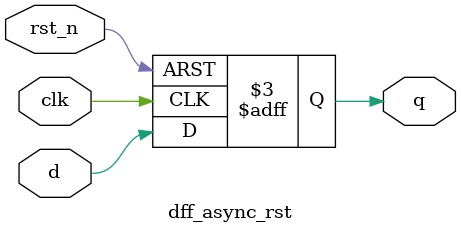
<source format=v>
module dff_async_rst (
    input wire clk,
    input wire rst_n,
    input wire d,
    output reg q
);

always @(posedge clk or negedge rst_n) begin
    if (!rst_n) begin
        q <= 1'b0;
    end else begin
        q <= d;
    end
end

endmodule
//--------------------------------------------

</source>
